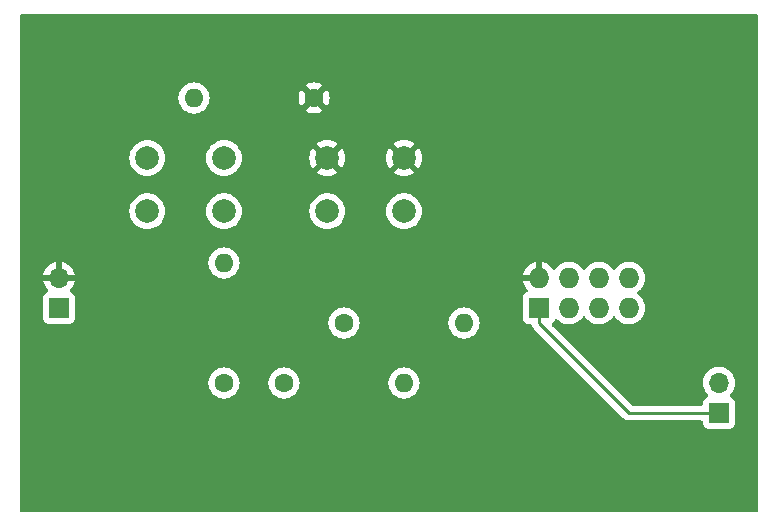
<source format=gbr>
%TF.GenerationSoftware,KiCad,Pcbnew,6.0.2+dfsg-1*%
%TF.CreationDate,2023-02-23T16:44:58-06:00*%
%TF.ProjectId,communication_subsystem_v2,636f6d6d-756e-4696-9361-74696f6e5f73,rev?*%
%TF.SameCoordinates,Original*%
%TF.FileFunction,Copper,L2,Bot*%
%TF.FilePolarity,Positive*%
%FSLAX46Y46*%
G04 Gerber Fmt 4.6, Leading zero omitted, Abs format (unit mm)*
G04 Created by KiCad (PCBNEW 6.0.2+dfsg-1) date 2023-02-23 16:44:58*
%MOMM*%
%LPD*%
G01*
G04 APERTURE LIST*
%TA.AperFunction,ComponentPad*%
%ADD10C,2.000000*%
%TD*%
%TA.AperFunction,ComponentPad*%
%ADD11R,1.700000X1.700000*%
%TD*%
%TA.AperFunction,ComponentPad*%
%ADD12O,1.700000X1.700000*%
%TD*%
%TA.AperFunction,ComponentPad*%
%ADD13C,1.600000*%
%TD*%
%TA.AperFunction,ComponentPad*%
%ADD14O,1.600000X1.600000*%
%TD*%
%TA.AperFunction,ComponentPad*%
%ADD15R,1.727200X1.727200*%
%TD*%
%TA.AperFunction,ComponentPad*%
%ADD16O,1.727200X1.727200*%
%TD*%
%TA.AperFunction,ViaPad*%
%ADD17C,0.800000*%
%TD*%
%TA.AperFunction,Conductor*%
%ADD18C,0.250000*%
%TD*%
G04 APERTURE END LIST*
D10*
%TO.P,SW2,1,1*%
%TO.N,/GPIO0*%
X161290000Y-57840000D03*
X154790000Y-57840000D03*
%TO.P,SW2,2,2*%
%TO.N,Net-(R3-Pad2)*%
X161290000Y-53340000D03*
X154790000Y-53340000D03*
%TD*%
D11*
%TO.P,J1,1,Pin_1*%
%TO.N,/esp8266_tx*%
X203200000Y-74930000D03*
D12*
%TO.P,J1,2,Pin_2*%
%TO.N,/esp8266_rx*%
X203200000Y-72390000D03*
%TD*%
D13*
%TO.P,R1,1*%
%TO.N,+3V3*%
X166370000Y-72390000D03*
D14*
%TO.P,R1,2*%
%TO.N,/rst*%
X176530000Y-72390000D03*
%TD*%
D13*
%TO.P,R3,1*%
%TO.N,GND*%
X168910000Y-48260000D03*
D14*
%TO.P,R3,2*%
%TO.N,Net-(R3-Pad2)*%
X158750000Y-48260000D03*
%TD*%
D15*
%TO.P,U1,1,UTXD*%
%TO.N,/esp8266_tx*%
X187960000Y-66040000D03*
D16*
%TO.P,U1,2,GND*%
%TO.N,GND*%
X187960000Y-63500000D03*
%TO.P,U1,3,CH_PD*%
%TO.N,/EN*%
X190500000Y-66040000D03*
%TO.P,U1,4,GPIO2*%
%TO.N,unconnected-(U1-Pad4)*%
X190500000Y-63500000D03*
%TO.P,U1,5,RST*%
%TO.N,/rst*%
X193040000Y-66040000D03*
%TO.P,U1,6,GPIO0*%
%TO.N,/GPIO0*%
X193040000Y-63500000D03*
%TO.P,U1,7,VCC*%
%TO.N,+3V3*%
X195580000Y-66040000D03*
%TO.P,U1,8,URXD*%
%TO.N,/esp8266_rx*%
X195580000Y-63500000D03*
%TD*%
D13*
%TO.P,R4,1*%
%TO.N,+3V3*%
X161290000Y-72390000D03*
D14*
%TO.P,R4,2*%
%TO.N,/GPIO0*%
X161290000Y-62230000D03*
%TD*%
D11*
%TO.P,J2,1,Pin_1*%
%TO.N,+3V3*%
X147320000Y-66040000D03*
D12*
%TO.P,J2,2,Pin_2*%
%TO.N,GND*%
X147320000Y-63500000D03*
%TD*%
D10*
%TO.P,SW1,1,1*%
%TO.N,GND*%
X176530000Y-53340000D03*
X170030000Y-53340000D03*
%TO.P,SW1,2,2*%
%TO.N,/rst*%
X176530000Y-57840000D03*
X170030000Y-57840000D03*
%TD*%
D13*
%TO.P,R2,1*%
%TO.N,+3V3*%
X171450000Y-67310000D03*
D14*
%TO.P,R2,2*%
%TO.N,/EN*%
X181610000Y-67310000D03*
%TD*%
D17*
%TO.N,GND*%
X149860000Y-77470000D03*
X170180000Y-43180000D03*
X153670000Y-66040000D03*
X153670000Y-81280000D03*
X146050000Y-81280000D03*
X181610000Y-46990000D03*
X176530000Y-81280000D03*
X203200000Y-59690000D03*
X165100000Y-62230000D03*
X153670000Y-43180000D03*
X203200000Y-53340000D03*
X157480000Y-77470000D03*
X195580000Y-77470000D03*
X149860000Y-53340000D03*
X157480000Y-62230000D03*
X161290000Y-81280000D03*
X165100000Y-77470000D03*
X199390000Y-81280000D03*
X203200000Y-46990000D03*
X191770000Y-81280000D03*
X162560000Y-43180000D03*
X173990000Y-46990000D03*
X177800000Y-43180000D03*
X172720000Y-62230000D03*
X184150000Y-81280000D03*
X168910000Y-81280000D03*
X149860000Y-46990000D03*
X203200000Y-66040000D03*
X146050000Y-43180000D03*
X180340000Y-62230000D03*
%TD*%
D18*
%TO.N,/esp8266_tx*%
X187960000Y-66040000D02*
X187960000Y-67310000D01*
X187960000Y-67310000D02*
X195580000Y-74930000D01*
X195580000Y-74930000D02*
X203200000Y-74930000D01*
%TO.N,/rst*%
X170180000Y-57990000D02*
X170030000Y-57840000D01*
%TD*%
%TA.AperFunction,Conductor*%
%TO.N,GND*%
G36*
X206444121Y-41168002D02*
G01*
X206490614Y-41221658D01*
X206502000Y-41274000D01*
X206502000Y-83186000D01*
X206481998Y-83254121D01*
X206428342Y-83300614D01*
X206376000Y-83312000D01*
X144144000Y-83312000D01*
X144075879Y-83291998D01*
X144029386Y-83238342D01*
X144018000Y-83186000D01*
X144018000Y-72390000D01*
X159976502Y-72390000D01*
X159996457Y-72618087D01*
X159997881Y-72623400D01*
X159997881Y-72623402D01*
X160045851Y-72802425D01*
X160055716Y-72839243D01*
X160058039Y-72844224D01*
X160058039Y-72844225D01*
X160150151Y-73041762D01*
X160150154Y-73041767D01*
X160152477Y-73046749D01*
X160155634Y-73051257D01*
X160259078Y-73198990D01*
X160283802Y-73234300D01*
X160445700Y-73396198D01*
X160450208Y-73399355D01*
X160450211Y-73399357D01*
X160495649Y-73431173D01*
X160633251Y-73527523D01*
X160638233Y-73529846D01*
X160638238Y-73529849D01*
X160758896Y-73586112D01*
X160840757Y-73624284D01*
X160846065Y-73625706D01*
X160846067Y-73625707D01*
X161056598Y-73682119D01*
X161056600Y-73682119D01*
X161061913Y-73683543D01*
X161290000Y-73703498D01*
X161518087Y-73683543D01*
X161523400Y-73682119D01*
X161523402Y-73682119D01*
X161733933Y-73625707D01*
X161733935Y-73625706D01*
X161739243Y-73624284D01*
X161821104Y-73586112D01*
X161941762Y-73529849D01*
X161941767Y-73529846D01*
X161946749Y-73527523D01*
X162084351Y-73431173D01*
X162129789Y-73399357D01*
X162129792Y-73399355D01*
X162134300Y-73396198D01*
X162296198Y-73234300D01*
X162320923Y-73198990D01*
X162424366Y-73051257D01*
X162427523Y-73046749D01*
X162429846Y-73041767D01*
X162429849Y-73041762D01*
X162521961Y-72844225D01*
X162521961Y-72844224D01*
X162524284Y-72839243D01*
X162534150Y-72802425D01*
X162582119Y-72623402D01*
X162582119Y-72623400D01*
X162583543Y-72618087D01*
X162603498Y-72390000D01*
X165056502Y-72390000D01*
X165076457Y-72618087D01*
X165077881Y-72623400D01*
X165077881Y-72623402D01*
X165125851Y-72802425D01*
X165135716Y-72839243D01*
X165138039Y-72844224D01*
X165138039Y-72844225D01*
X165230151Y-73041762D01*
X165230154Y-73041767D01*
X165232477Y-73046749D01*
X165235634Y-73051257D01*
X165339078Y-73198990D01*
X165363802Y-73234300D01*
X165525700Y-73396198D01*
X165530208Y-73399355D01*
X165530211Y-73399357D01*
X165575649Y-73431173D01*
X165713251Y-73527523D01*
X165718233Y-73529846D01*
X165718238Y-73529849D01*
X165838896Y-73586112D01*
X165920757Y-73624284D01*
X165926065Y-73625706D01*
X165926067Y-73625707D01*
X166136598Y-73682119D01*
X166136600Y-73682119D01*
X166141913Y-73683543D01*
X166370000Y-73703498D01*
X166598087Y-73683543D01*
X166603400Y-73682119D01*
X166603402Y-73682119D01*
X166813933Y-73625707D01*
X166813935Y-73625706D01*
X166819243Y-73624284D01*
X166901104Y-73586112D01*
X167021762Y-73529849D01*
X167021767Y-73529846D01*
X167026749Y-73527523D01*
X167164351Y-73431173D01*
X167209789Y-73399357D01*
X167209792Y-73399355D01*
X167214300Y-73396198D01*
X167376198Y-73234300D01*
X167400923Y-73198990D01*
X167504366Y-73051257D01*
X167507523Y-73046749D01*
X167509846Y-73041767D01*
X167509849Y-73041762D01*
X167601961Y-72844225D01*
X167601961Y-72844224D01*
X167604284Y-72839243D01*
X167614150Y-72802425D01*
X167662119Y-72623402D01*
X167662119Y-72623400D01*
X167663543Y-72618087D01*
X167683498Y-72390000D01*
X175216502Y-72390000D01*
X175236457Y-72618087D01*
X175237881Y-72623400D01*
X175237881Y-72623402D01*
X175285851Y-72802425D01*
X175295716Y-72839243D01*
X175298039Y-72844224D01*
X175298039Y-72844225D01*
X175390151Y-73041762D01*
X175390154Y-73041767D01*
X175392477Y-73046749D01*
X175395634Y-73051257D01*
X175499078Y-73198990D01*
X175523802Y-73234300D01*
X175685700Y-73396198D01*
X175690208Y-73399355D01*
X175690211Y-73399357D01*
X175735649Y-73431173D01*
X175873251Y-73527523D01*
X175878233Y-73529846D01*
X175878238Y-73529849D01*
X175998896Y-73586112D01*
X176080757Y-73624284D01*
X176086065Y-73625706D01*
X176086067Y-73625707D01*
X176296598Y-73682119D01*
X176296600Y-73682119D01*
X176301913Y-73683543D01*
X176530000Y-73703498D01*
X176758087Y-73683543D01*
X176763400Y-73682119D01*
X176763402Y-73682119D01*
X176973933Y-73625707D01*
X176973935Y-73625706D01*
X176979243Y-73624284D01*
X177061104Y-73586112D01*
X177181762Y-73529849D01*
X177181767Y-73529846D01*
X177186749Y-73527523D01*
X177324351Y-73431173D01*
X177369789Y-73399357D01*
X177369792Y-73399355D01*
X177374300Y-73396198D01*
X177536198Y-73234300D01*
X177560923Y-73198990D01*
X177664366Y-73051257D01*
X177667523Y-73046749D01*
X177669846Y-73041767D01*
X177669849Y-73041762D01*
X177761961Y-72844225D01*
X177761961Y-72844224D01*
X177764284Y-72839243D01*
X177774150Y-72802425D01*
X177822119Y-72623402D01*
X177822119Y-72623400D01*
X177823543Y-72618087D01*
X177843498Y-72390000D01*
X177823543Y-72161913D01*
X177817593Y-72139707D01*
X177765707Y-71946067D01*
X177765706Y-71946065D01*
X177764284Y-71940757D01*
X177752092Y-71914610D01*
X177669849Y-71738238D01*
X177669846Y-71738233D01*
X177667523Y-71733251D01*
X177594098Y-71628389D01*
X177539357Y-71550211D01*
X177539355Y-71550208D01*
X177536198Y-71545700D01*
X177374300Y-71383802D01*
X177369792Y-71380645D01*
X177369789Y-71380643D01*
X177291611Y-71325902D01*
X177186749Y-71252477D01*
X177181767Y-71250154D01*
X177181762Y-71250151D01*
X176984225Y-71158039D01*
X176984224Y-71158039D01*
X176979243Y-71155716D01*
X176973935Y-71154294D01*
X176973933Y-71154293D01*
X176763402Y-71097881D01*
X176763400Y-71097881D01*
X176758087Y-71096457D01*
X176530000Y-71076502D01*
X176301913Y-71096457D01*
X176296600Y-71097881D01*
X176296598Y-71097881D01*
X176086067Y-71154293D01*
X176086065Y-71154294D01*
X176080757Y-71155716D01*
X176075776Y-71158039D01*
X176075775Y-71158039D01*
X175878238Y-71250151D01*
X175878233Y-71250154D01*
X175873251Y-71252477D01*
X175768389Y-71325902D01*
X175690211Y-71380643D01*
X175690208Y-71380645D01*
X175685700Y-71383802D01*
X175523802Y-71545700D01*
X175520645Y-71550208D01*
X175520643Y-71550211D01*
X175465902Y-71628389D01*
X175392477Y-71733251D01*
X175390154Y-71738233D01*
X175390151Y-71738238D01*
X175307908Y-71914610D01*
X175295716Y-71940757D01*
X175294294Y-71946065D01*
X175294293Y-71946067D01*
X175242407Y-72139707D01*
X175236457Y-72161913D01*
X175216502Y-72390000D01*
X167683498Y-72390000D01*
X167663543Y-72161913D01*
X167657593Y-72139707D01*
X167605707Y-71946067D01*
X167605706Y-71946065D01*
X167604284Y-71940757D01*
X167592092Y-71914610D01*
X167509849Y-71738238D01*
X167509846Y-71738233D01*
X167507523Y-71733251D01*
X167434098Y-71628389D01*
X167379357Y-71550211D01*
X167379355Y-71550208D01*
X167376198Y-71545700D01*
X167214300Y-71383802D01*
X167209792Y-71380645D01*
X167209789Y-71380643D01*
X167131611Y-71325902D01*
X167026749Y-71252477D01*
X167021767Y-71250154D01*
X167021762Y-71250151D01*
X166824225Y-71158039D01*
X166824224Y-71158039D01*
X166819243Y-71155716D01*
X166813935Y-71154294D01*
X166813933Y-71154293D01*
X166603402Y-71097881D01*
X166603400Y-71097881D01*
X166598087Y-71096457D01*
X166370000Y-71076502D01*
X166141913Y-71096457D01*
X166136600Y-71097881D01*
X166136598Y-71097881D01*
X165926067Y-71154293D01*
X165926065Y-71154294D01*
X165920757Y-71155716D01*
X165915776Y-71158039D01*
X165915775Y-71158039D01*
X165718238Y-71250151D01*
X165718233Y-71250154D01*
X165713251Y-71252477D01*
X165608389Y-71325902D01*
X165530211Y-71380643D01*
X165530208Y-71380645D01*
X165525700Y-71383802D01*
X165363802Y-71545700D01*
X165360645Y-71550208D01*
X165360643Y-71550211D01*
X165305902Y-71628389D01*
X165232477Y-71733251D01*
X165230154Y-71738233D01*
X165230151Y-71738238D01*
X165147908Y-71914610D01*
X165135716Y-71940757D01*
X165134294Y-71946065D01*
X165134293Y-71946067D01*
X165082407Y-72139707D01*
X165076457Y-72161913D01*
X165056502Y-72390000D01*
X162603498Y-72390000D01*
X162583543Y-72161913D01*
X162577593Y-72139707D01*
X162525707Y-71946067D01*
X162525706Y-71946065D01*
X162524284Y-71940757D01*
X162512092Y-71914610D01*
X162429849Y-71738238D01*
X162429846Y-71738233D01*
X162427523Y-71733251D01*
X162354098Y-71628389D01*
X162299357Y-71550211D01*
X162299355Y-71550208D01*
X162296198Y-71545700D01*
X162134300Y-71383802D01*
X162129792Y-71380645D01*
X162129789Y-71380643D01*
X162051611Y-71325902D01*
X161946749Y-71252477D01*
X161941767Y-71250154D01*
X161941762Y-71250151D01*
X161744225Y-71158039D01*
X161744224Y-71158039D01*
X161739243Y-71155716D01*
X161733935Y-71154294D01*
X161733933Y-71154293D01*
X161523402Y-71097881D01*
X161523400Y-71097881D01*
X161518087Y-71096457D01*
X161290000Y-71076502D01*
X161061913Y-71096457D01*
X161056600Y-71097881D01*
X161056598Y-71097881D01*
X160846067Y-71154293D01*
X160846065Y-71154294D01*
X160840757Y-71155716D01*
X160835776Y-71158039D01*
X160835775Y-71158039D01*
X160638238Y-71250151D01*
X160638233Y-71250154D01*
X160633251Y-71252477D01*
X160528389Y-71325902D01*
X160450211Y-71380643D01*
X160450208Y-71380645D01*
X160445700Y-71383802D01*
X160283802Y-71545700D01*
X160280645Y-71550208D01*
X160280643Y-71550211D01*
X160225902Y-71628389D01*
X160152477Y-71733251D01*
X160150154Y-71738233D01*
X160150151Y-71738238D01*
X160067908Y-71914610D01*
X160055716Y-71940757D01*
X160054294Y-71946065D01*
X160054293Y-71946067D01*
X160002407Y-72139707D01*
X159996457Y-72161913D01*
X159976502Y-72390000D01*
X144018000Y-72390000D01*
X144018000Y-66938134D01*
X145961500Y-66938134D01*
X145968255Y-67000316D01*
X146019385Y-67136705D01*
X146106739Y-67253261D01*
X146223295Y-67340615D01*
X146359684Y-67391745D01*
X146421866Y-67398500D01*
X148218134Y-67398500D01*
X148280316Y-67391745D01*
X148416705Y-67340615D01*
X148457554Y-67310000D01*
X170136502Y-67310000D01*
X170156457Y-67538087D01*
X170157881Y-67543400D01*
X170157881Y-67543402D01*
X170213818Y-67752158D01*
X170215716Y-67759243D01*
X170218039Y-67764224D01*
X170218039Y-67764225D01*
X170310151Y-67961762D01*
X170310154Y-67961767D01*
X170312477Y-67966749D01*
X170443802Y-68154300D01*
X170605700Y-68316198D01*
X170610208Y-68319355D01*
X170610211Y-68319357D01*
X170688389Y-68374098D01*
X170793251Y-68447523D01*
X170798233Y-68449846D01*
X170798238Y-68449849D01*
X170995775Y-68541961D01*
X171000757Y-68544284D01*
X171006065Y-68545706D01*
X171006067Y-68545707D01*
X171216598Y-68602119D01*
X171216600Y-68602119D01*
X171221913Y-68603543D01*
X171450000Y-68623498D01*
X171678087Y-68603543D01*
X171683400Y-68602119D01*
X171683402Y-68602119D01*
X171893933Y-68545707D01*
X171893935Y-68545706D01*
X171899243Y-68544284D01*
X171904225Y-68541961D01*
X172101762Y-68449849D01*
X172101767Y-68449846D01*
X172106749Y-68447523D01*
X172211611Y-68374098D01*
X172289789Y-68319357D01*
X172289792Y-68319355D01*
X172294300Y-68316198D01*
X172456198Y-68154300D01*
X172587523Y-67966749D01*
X172589846Y-67961767D01*
X172589849Y-67961762D01*
X172681961Y-67764225D01*
X172681961Y-67764224D01*
X172684284Y-67759243D01*
X172686183Y-67752158D01*
X172742119Y-67543402D01*
X172742119Y-67543400D01*
X172743543Y-67538087D01*
X172763498Y-67310000D01*
X180296502Y-67310000D01*
X180316457Y-67538087D01*
X180317881Y-67543400D01*
X180317881Y-67543402D01*
X180373818Y-67752158D01*
X180375716Y-67759243D01*
X180378039Y-67764224D01*
X180378039Y-67764225D01*
X180470151Y-67961762D01*
X180470154Y-67961767D01*
X180472477Y-67966749D01*
X180603802Y-68154300D01*
X180765700Y-68316198D01*
X180770208Y-68319355D01*
X180770211Y-68319357D01*
X180848389Y-68374098D01*
X180953251Y-68447523D01*
X180958233Y-68449846D01*
X180958238Y-68449849D01*
X181155775Y-68541961D01*
X181160757Y-68544284D01*
X181166065Y-68545706D01*
X181166067Y-68545707D01*
X181376598Y-68602119D01*
X181376600Y-68602119D01*
X181381913Y-68603543D01*
X181610000Y-68623498D01*
X181838087Y-68603543D01*
X181843400Y-68602119D01*
X181843402Y-68602119D01*
X182053933Y-68545707D01*
X182053935Y-68545706D01*
X182059243Y-68544284D01*
X182064225Y-68541961D01*
X182261762Y-68449849D01*
X182261767Y-68449846D01*
X182266749Y-68447523D01*
X182371611Y-68374098D01*
X182449789Y-68319357D01*
X182449792Y-68319355D01*
X182454300Y-68316198D01*
X182616198Y-68154300D01*
X182747523Y-67966749D01*
X182749846Y-67961767D01*
X182749849Y-67961762D01*
X182841961Y-67764225D01*
X182841961Y-67764224D01*
X182844284Y-67759243D01*
X182846183Y-67752158D01*
X182902119Y-67543402D01*
X182902119Y-67543400D01*
X182903543Y-67538087D01*
X182923498Y-67310000D01*
X182903543Y-67081913D01*
X182902119Y-67076598D01*
X182868662Y-66951734D01*
X186587900Y-66951734D01*
X186594655Y-67013916D01*
X186645785Y-67150305D01*
X186733139Y-67266861D01*
X186849695Y-67354215D01*
X186986084Y-67405345D01*
X187048266Y-67412100D01*
X187233448Y-67412100D01*
X187301569Y-67432102D01*
X187350600Y-67491716D01*
X187357804Y-67509911D01*
X187361649Y-67521142D01*
X187373982Y-67563593D01*
X187378015Y-67570412D01*
X187378017Y-67570417D01*
X187384293Y-67581028D01*
X187392988Y-67598776D01*
X187400448Y-67617617D01*
X187405110Y-67624033D01*
X187405110Y-67624034D01*
X187426436Y-67653387D01*
X187432952Y-67663307D01*
X187455458Y-67701362D01*
X187469779Y-67715683D01*
X187482619Y-67730716D01*
X187494528Y-67747107D01*
X187509198Y-67759243D01*
X187528605Y-67775298D01*
X187537384Y-67783288D01*
X195076343Y-75322247D01*
X195083887Y-75330537D01*
X195088000Y-75337018D01*
X195093777Y-75342443D01*
X195137667Y-75383658D01*
X195140509Y-75386413D01*
X195160230Y-75406134D01*
X195163425Y-75408612D01*
X195172447Y-75416318D01*
X195204679Y-75446586D01*
X195211628Y-75450406D01*
X195222432Y-75456346D01*
X195238956Y-75467199D01*
X195254959Y-75479613D01*
X195295543Y-75497176D01*
X195306173Y-75502383D01*
X195344940Y-75523695D01*
X195352617Y-75525666D01*
X195352622Y-75525668D01*
X195364558Y-75528732D01*
X195383266Y-75535137D01*
X195401855Y-75543181D01*
X195409680Y-75544420D01*
X195409682Y-75544421D01*
X195445519Y-75550097D01*
X195457140Y-75552504D01*
X195492289Y-75561528D01*
X195499970Y-75563500D01*
X195520231Y-75563500D01*
X195539940Y-75565051D01*
X195559943Y-75568219D01*
X195567835Y-75567473D01*
X195573062Y-75566979D01*
X195603954Y-75564059D01*
X195615811Y-75563500D01*
X201715500Y-75563500D01*
X201783621Y-75583502D01*
X201830114Y-75637158D01*
X201841500Y-75689500D01*
X201841500Y-75828134D01*
X201848255Y-75890316D01*
X201899385Y-76026705D01*
X201986739Y-76143261D01*
X202103295Y-76230615D01*
X202239684Y-76281745D01*
X202301866Y-76288500D01*
X204098134Y-76288500D01*
X204160316Y-76281745D01*
X204296705Y-76230615D01*
X204413261Y-76143261D01*
X204500615Y-76026705D01*
X204551745Y-75890316D01*
X204558500Y-75828134D01*
X204558500Y-74031866D01*
X204551745Y-73969684D01*
X204500615Y-73833295D01*
X204413261Y-73716739D01*
X204296705Y-73629385D01*
X204276902Y-73621961D01*
X204178203Y-73584960D01*
X204121439Y-73542318D01*
X204096739Y-73475756D01*
X204111947Y-73406408D01*
X204133493Y-73377727D01*
X204234435Y-73277137D01*
X204238096Y-73273489D01*
X204269498Y-73229789D01*
X204365435Y-73096277D01*
X204368453Y-73092077D01*
X204388628Y-73051257D01*
X204465136Y-72896453D01*
X204465137Y-72896451D01*
X204467430Y-72891811D01*
X204532370Y-72678069D01*
X204561529Y-72456590D01*
X204563156Y-72390000D01*
X204544852Y-72167361D01*
X204490431Y-71950702D01*
X204401354Y-71745840D01*
X204280014Y-71558277D01*
X204129670Y-71393051D01*
X204125619Y-71389852D01*
X204125615Y-71389848D01*
X203958414Y-71257800D01*
X203958410Y-71257798D01*
X203954359Y-71254598D01*
X203946304Y-71250151D01*
X203902136Y-71225769D01*
X203758789Y-71146638D01*
X203753920Y-71144914D01*
X203753916Y-71144912D01*
X203553087Y-71073795D01*
X203553083Y-71073794D01*
X203548212Y-71072069D01*
X203543119Y-71071162D01*
X203543116Y-71071161D01*
X203333373Y-71033800D01*
X203333367Y-71033799D01*
X203328284Y-71032894D01*
X203254452Y-71031992D01*
X203110081Y-71030228D01*
X203110079Y-71030228D01*
X203104911Y-71030165D01*
X202884091Y-71063955D01*
X202671756Y-71133357D01*
X202473607Y-71236507D01*
X202469474Y-71239610D01*
X202469471Y-71239612D01*
X202448132Y-71255634D01*
X202294965Y-71370635D01*
X202140629Y-71532138D01*
X202137715Y-71536410D01*
X202137714Y-71536411D01*
X202128300Y-71550211D01*
X202014743Y-71716680D01*
X201920688Y-71919305D01*
X201860989Y-72134570D01*
X201837251Y-72356695D01*
X201837548Y-72361848D01*
X201837548Y-72361851D01*
X201843011Y-72456590D01*
X201850110Y-72579715D01*
X201851247Y-72584761D01*
X201851248Y-72584767D01*
X201859955Y-72623402D01*
X201899222Y-72797639D01*
X201983266Y-73004616D01*
X202099987Y-73195088D01*
X202246250Y-73363938D01*
X202250230Y-73367242D01*
X202254981Y-73371187D01*
X202294616Y-73430090D01*
X202296113Y-73501071D01*
X202258997Y-73561593D01*
X202218724Y-73586112D01*
X202103295Y-73629385D01*
X201986739Y-73716739D01*
X201899385Y-73833295D01*
X201848255Y-73969684D01*
X201841500Y-74031866D01*
X201841500Y-74170500D01*
X201821498Y-74238621D01*
X201767842Y-74285114D01*
X201715500Y-74296500D01*
X195894595Y-74296500D01*
X195826474Y-74276498D01*
X195805500Y-74259595D01*
X189075790Y-67529885D01*
X189041764Y-67467573D01*
X189046829Y-67396758D01*
X189089320Y-67339964D01*
X189167135Y-67281645D01*
X189186861Y-67266861D01*
X189274215Y-67150305D01*
X189279314Y-67136705D01*
X189312213Y-67048946D01*
X189354854Y-66992181D01*
X189421416Y-66967481D01*
X189490765Y-66982688D01*
X189525431Y-67010676D01*
X189536702Y-67023687D01*
X189710299Y-67167810D01*
X189714751Y-67170412D01*
X189714756Y-67170415D01*
X189804091Y-67222618D01*
X189905103Y-67281645D01*
X190115884Y-67362134D01*
X190120952Y-67363165D01*
X190120955Y-67363166D01*
X190229404Y-67385230D01*
X190336981Y-67407117D01*
X190342156Y-67407307D01*
X190342158Y-67407307D01*
X190557292Y-67415196D01*
X190557296Y-67415196D01*
X190562456Y-67415385D01*
X190567576Y-67414729D01*
X190567578Y-67414729D01*
X190662485Y-67402571D01*
X190786253Y-67386716D01*
X190791202Y-67385231D01*
X190791208Y-67385230D01*
X190997413Y-67323365D01*
X190997412Y-67323365D01*
X191002363Y-67321880D01*
X191142432Y-67253261D01*
X191200331Y-67224897D01*
X191200336Y-67224894D01*
X191204982Y-67222618D01*
X191209192Y-67219615D01*
X191209197Y-67219612D01*
X191384455Y-67094601D01*
X191384459Y-67094597D01*
X191388667Y-67091596D01*
X191548487Y-66932333D01*
X191669370Y-66764107D01*
X191725364Y-66720459D01*
X191796068Y-66714013D01*
X191859032Y-66746816D01*
X191879125Y-66771799D01*
X191926275Y-66848743D01*
X191926283Y-66848753D01*
X191928975Y-66853147D01*
X192076702Y-67023687D01*
X192250299Y-67167810D01*
X192254751Y-67170412D01*
X192254756Y-67170415D01*
X192344091Y-67222618D01*
X192445103Y-67281645D01*
X192655884Y-67362134D01*
X192660952Y-67363165D01*
X192660955Y-67363166D01*
X192769404Y-67385230D01*
X192876981Y-67407117D01*
X192882156Y-67407307D01*
X192882158Y-67407307D01*
X193097292Y-67415196D01*
X193097296Y-67415196D01*
X193102456Y-67415385D01*
X193107576Y-67414729D01*
X193107578Y-67414729D01*
X193202485Y-67402571D01*
X193326253Y-67386716D01*
X193331202Y-67385231D01*
X193331208Y-67385230D01*
X193537413Y-67323365D01*
X193537412Y-67323365D01*
X193542363Y-67321880D01*
X193682432Y-67253261D01*
X193740331Y-67224897D01*
X193740336Y-67224894D01*
X193744982Y-67222618D01*
X193749192Y-67219615D01*
X193749197Y-67219612D01*
X193924455Y-67094601D01*
X193924459Y-67094597D01*
X193928667Y-67091596D01*
X194088487Y-66932333D01*
X194209370Y-66764107D01*
X194265364Y-66720459D01*
X194336068Y-66714013D01*
X194399032Y-66746816D01*
X194419125Y-66771799D01*
X194466275Y-66848743D01*
X194466283Y-66848753D01*
X194468975Y-66853147D01*
X194616702Y-67023687D01*
X194790299Y-67167810D01*
X194794751Y-67170412D01*
X194794756Y-67170415D01*
X194884091Y-67222618D01*
X194985103Y-67281645D01*
X195195884Y-67362134D01*
X195200952Y-67363165D01*
X195200955Y-67363166D01*
X195309404Y-67385230D01*
X195416981Y-67407117D01*
X195422156Y-67407307D01*
X195422158Y-67407307D01*
X195637292Y-67415196D01*
X195637296Y-67415196D01*
X195642456Y-67415385D01*
X195647576Y-67414729D01*
X195647578Y-67414729D01*
X195742485Y-67402571D01*
X195866253Y-67386716D01*
X195871202Y-67385231D01*
X195871208Y-67385230D01*
X196077413Y-67323365D01*
X196077412Y-67323365D01*
X196082363Y-67321880D01*
X196222432Y-67253261D01*
X196280331Y-67224897D01*
X196280336Y-67224894D01*
X196284982Y-67222618D01*
X196289192Y-67219615D01*
X196289197Y-67219612D01*
X196464455Y-67094601D01*
X196464459Y-67094597D01*
X196468667Y-67091596D01*
X196628487Y-66932333D01*
X196760150Y-66749105D01*
X196860118Y-66546835D01*
X196925708Y-66330952D01*
X196928769Y-66307699D01*
X196954721Y-66110578D01*
X196954722Y-66110572D01*
X196955158Y-66107256D01*
X196956802Y-66040000D01*
X196938315Y-65815132D01*
X196883349Y-65596304D01*
X196793380Y-65389391D01*
X196745282Y-65315043D01*
X196673634Y-65204291D01*
X196673632Y-65204288D01*
X196670826Y-65199951D01*
X196518977Y-65033071D01*
X196514926Y-65029872D01*
X196514922Y-65029868D01*
X196345966Y-64896434D01*
X196345962Y-64896432D01*
X196341911Y-64893232D01*
X196318535Y-64880328D01*
X196268564Y-64829896D01*
X196253792Y-64760453D01*
X196278908Y-64694047D01*
X196306259Y-64667441D01*
X196464455Y-64554601D01*
X196464459Y-64554597D01*
X196468667Y-64551596D01*
X196628487Y-64392333D01*
X196760150Y-64209105D01*
X196860118Y-64006835D01*
X196925708Y-63790952D01*
X196926383Y-63785826D01*
X196954721Y-63570578D01*
X196954722Y-63570572D01*
X196955158Y-63567256D01*
X196955739Y-63543498D01*
X196956720Y-63503364D01*
X196956720Y-63503360D01*
X196956802Y-63500000D01*
X196938315Y-63275132D01*
X196883349Y-63056304D01*
X196793380Y-62849391D01*
X196743913Y-62772926D01*
X196673634Y-62664291D01*
X196673632Y-62664288D01*
X196670826Y-62659951D01*
X196518977Y-62493071D01*
X196514926Y-62489872D01*
X196514922Y-62489868D01*
X196345966Y-62356434D01*
X196345962Y-62356432D01*
X196341911Y-62353232D01*
X196336122Y-62350036D01*
X196281206Y-62319721D01*
X196144383Y-62244191D01*
X195931698Y-62168876D01*
X195902795Y-62163727D01*
X195714657Y-62130214D01*
X195714653Y-62130214D01*
X195709569Y-62129308D01*
X195637574Y-62128429D01*
X195489129Y-62126615D01*
X195489127Y-62126615D01*
X195483959Y-62126552D01*
X195260929Y-62160680D01*
X195046468Y-62230777D01*
X194846335Y-62334960D01*
X194842202Y-62338063D01*
X194842199Y-62338065D01*
X194689643Y-62452607D01*
X194665905Y-62470430D01*
X194510024Y-62633550D01*
X194507109Y-62637824D01*
X194507106Y-62637827D01*
X194413503Y-62775043D01*
X194358592Y-62820046D01*
X194288067Y-62828217D01*
X194224320Y-62796963D01*
X194203623Y-62772479D01*
X194133634Y-62664291D01*
X194133632Y-62664288D01*
X194130826Y-62659951D01*
X193978977Y-62493071D01*
X193974926Y-62489872D01*
X193974922Y-62489868D01*
X193805966Y-62356434D01*
X193805962Y-62356432D01*
X193801911Y-62353232D01*
X193796122Y-62350036D01*
X193741206Y-62319721D01*
X193604383Y-62244191D01*
X193391698Y-62168876D01*
X193362795Y-62163727D01*
X193174657Y-62130214D01*
X193174653Y-62130214D01*
X193169569Y-62129308D01*
X193097574Y-62128429D01*
X192949129Y-62126615D01*
X192949127Y-62126615D01*
X192943959Y-62126552D01*
X192720929Y-62160680D01*
X192506468Y-62230777D01*
X192306335Y-62334960D01*
X192302202Y-62338063D01*
X192302199Y-62338065D01*
X192149643Y-62452607D01*
X192125905Y-62470430D01*
X191970024Y-62633550D01*
X191967109Y-62637824D01*
X191967106Y-62637827D01*
X191873503Y-62775043D01*
X191818592Y-62820046D01*
X191748067Y-62828217D01*
X191684320Y-62796963D01*
X191663623Y-62772479D01*
X191593634Y-62664291D01*
X191593632Y-62664288D01*
X191590826Y-62659951D01*
X191438977Y-62493071D01*
X191434926Y-62489872D01*
X191434922Y-62489868D01*
X191265966Y-62356434D01*
X191265962Y-62356432D01*
X191261911Y-62353232D01*
X191256122Y-62350036D01*
X191201206Y-62319721D01*
X191064383Y-62244191D01*
X190851698Y-62168876D01*
X190822795Y-62163727D01*
X190634657Y-62130214D01*
X190634653Y-62130214D01*
X190629569Y-62129308D01*
X190557574Y-62128429D01*
X190409129Y-62126615D01*
X190409127Y-62126615D01*
X190403959Y-62126552D01*
X190180929Y-62160680D01*
X189966468Y-62230777D01*
X189766335Y-62334960D01*
X189762202Y-62338063D01*
X189762199Y-62338065D01*
X189609643Y-62452607D01*
X189585905Y-62470430D01*
X189430024Y-62633550D01*
X189427109Y-62637824D01*
X189427106Y-62637827D01*
X189333198Y-62775490D01*
X189278287Y-62820493D01*
X189207762Y-62828664D01*
X189144015Y-62797410D01*
X189123318Y-62772926D01*
X189053239Y-62664601D01*
X189046947Y-62656430D01*
X188902113Y-62497260D01*
X188894580Y-62490234D01*
X188725691Y-62356855D01*
X188717104Y-62351150D01*
X188528711Y-62247151D01*
X188519299Y-62242921D01*
X188316445Y-62171086D01*
X188306474Y-62168452D01*
X188231837Y-62155157D01*
X188218540Y-62156617D01*
X188214000Y-62171174D01*
X188214000Y-63628000D01*
X188193998Y-63696121D01*
X188140342Y-63742614D01*
X188088000Y-63754000D01*
X186629283Y-63754000D01*
X186615752Y-63757973D01*
X186614315Y-63767966D01*
X186645542Y-63906528D01*
X186648621Y-63916356D01*
X186729589Y-64115756D01*
X186734232Y-64124947D01*
X186846682Y-64308448D01*
X186852765Y-64316759D01*
X186993661Y-64479413D01*
X186994295Y-64480034D01*
X186994471Y-64480348D01*
X186997053Y-64483329D01*
X186996438Y-64483862D01*
X187028973Y-64541985D01*
X187024653Y-64612850D01*
X186982706Y-64670130D01*
X186950371Y-64688043D01*
X186932435Y-64694767D01*
X186849695Y-64725785D01*
X186733139Y-64813139D01*
X186645785Y-64929695D01*
X186594655Y-65066084D01*
X186587900Y-65128266D01*
X186587900Y-66951734D01*
X182868662Y-66951734D01*
X182845707Y-66866067D01*
X182845706Y-66866065D01*
X182844284Y-66860757D01*
X182841961Y-66855775D01*
X182749849Y-66658238D01*
X182749846Y-66658233D01*
X182747523Y-66653251D01*
X182616198Y-66465700D01*
X182454300Y-66303802D01*
X182449792Y-66300645D01*
X182449789Y-66300643D01*
X182371611Y-66245902D01*
X182266749Y-66172477D01*
X182261767Y-66170154D01*
X182261762Y-66170151D01*
X182064225Y-66078039D01*
X182064224Y-66078039D01*
X182059243Y-66075716D01*
X182053935Y-66074294D01*
X182053933Y-66074293D01*
X181843402Y-66017881D01*
X181843400Y-66017881D01*
X181838087Y-66016457D01*
X181610000Y-65996502D01*
X181381913Y-66016457D01*
X181376600Y-66017881D01*
X181376598Y-66017881D01*
X181166067Y-66074293D01*
X181166065Y-66074294D01*
X181160757Y-66075716D01*
X181155776Y-66078039D01*
X181155775Y-66078039D01*
X180958238Y-66170151D01*
X180958233Y-66170154D01*
X180953251Y-66172477D01*
X180848389Y-66245902D01*
X180770211Y-66300643D01*
X180770208Y-66300645D01*
X180765700Y-66303802D01*
X180603802Y-66465700D01*
X180472477Y-66653251D01*
X180470154Y-66658233D01*
X180470151Y-66658238D01*
X180378039Y-66855775D01*
X180375716Y-66860757D01*
X180374294Y-66866065D01*
X180374293Y-66866067D01*
X180317881Y-67076598D01*
X180316457Y-67081913D01*
X180296502Y-67310000D01*
X172763498Y-67310000D01*
X172743543Y-67081913D01*
X172742119Y-67076598D01*
X172685707Y-66866067D01*
X172685706Y-66866065D01*
X172684284Y-66860757D01*
X172681961Y-66855775D01*
X172589849Y-66658238D01*
X172589846Y-66658233D01*
X172587523Y-66653251D01*
X172456198Y-66465700D01*
X172294300Y-66303802D01*
X172289792Y-66300645D01*
X172289789Y-66300643D01*
X172211611Y-66245902D01*
X172106749Y-66172477D01*
X172101767Y-66170154D01*
X172101762Y-66170151D01*
X171904225Y-66078039D01*
X171904224Y-66078039D01*
X171899243Y-66075716D01*
X171893935Y-66074294D01*
X171893933Y-66074293D01*
X171683402Y-66017881D01*
X171683400Y-66017881D01*
X171678087Y-66016457D01*
X171450000Y-65996502D01*
X171221913Y-66016457D01*
X171216600Y-66017881D01*
X171216598Y-66017881D01*
X171006067Y-66074293D01*
X171006065Y-66074294D01*
X171000757Y-66075716D01*
X170995776Y-66078039D01*
X170995775Y-66078039D01*
X170798238Y-66170151D01*
X170798233Y-66170154D01*
X170793251Y-66172477D01*
X170688389Y-66245902D01*
X170610211Y-66300643D01*
X170610208Y-66300645D01*
X170605700Y-66303802D01*
X170443802Y-66465700D01*
X170312477Y-66653251D01*
X170310154Y-66658233D01*
X170310151Y-66658238D01*
X170218039Y-66855775D01*
X170215716Y-66860757D01*
X170214294Y-66866065D01*
X170214293Y-66866067D01*
X170157881Y-67076598D01*
X170156457Y-67081913D01*
X170136502Y-67310000D01*
X148457554Y-67310000D01*
X148533261Y-67253261D01*
X148620615Y-67136705D01*
X148671745Y-67000316D01*
X148678500Y-66938134D01*
X148678500Y-65141866D01*
X148671745Y-65079684D01*
X148620615Y-64943295D01*
X148533261Y-64826739D01*
X148416705Y-64739385D01*
X148372019Y-64722633D01*
X148297687Y-64694767D01*
X148240923Y-64652125D01*
X148216223Y-64585564D01*
X148231430Y-64516215D01*
X148252977Y-64487535D01*
X148354052Y-64386812D01*
X148360730Y-64378965D01*
X148485003Y-64206020D01*
X148490313Y-64197183D01*
X148584670Y-64006267D01*
X148588469Y-63996672D01*
X148650377Y-63792910D01*
X148652555Y-63782837D01*
X148653986Y-63771962D01*
X148651775Y-63757778D01*
X148638617Y-63754000D01*
X146003225Y-63754000D01*
X145989694Y-63757973D01*
X145988257Y-63767966D01*
X146018565Y-63902446D01*
X146021645Y-63912275D01*
X146101770Y-64109603D01*
X146106413Y-64118794D01*
X146217694Y-64300388D01*
X146223777Y-64308699D01*
X146363213Y-64469667D01*
X146370577Y-64476879D01*
X146375522Y-64480985D01*
X146415156Y-64539889D01*
X146416653Y-64610870D01*
X146379537Y-64671392D01*
X146339264Y-64695910D01*
X146231705Y-64736232D01*
X146231704Y-64736233D01*
X146223295Y-64739385D01*
X146106739Y-64826739D01*
X146019385Y-64943295D01*
X145968255Y-65079684D01*
X145961500Y-65141866D01*
X145961500Y-66938134D01*
X144018000Y-66938134D01*
X144018000Y-63234183D01*
X145984389Y-63234183D01*
X145985912Y-63242607D01*
X145998292Y-63246000D01*
X147047885Y-63246000D01*
X147063124Y-63241525D01*
X147064329Y-63240135D01*
X147066000Y-63232452D01*
X147066000Y-63227885D01*
X147574000Y-63227885D01*
X147578475Y-63243124D01*
X147579865Y-63244329D01*
X147587548Y-63246000D01*
X148638344Y-63246000D01*
X148651875Y-63242027D01*
X148653180Y-63232947D01*
X148611214Y-63065875D01*
X148607894Y-63056124D01*
X148522972Y-62860814D01*
X148518105Y-62851739D01*
X148402426Y-62672926D01*
X148396136Y-62664757D01*
X148252806Y-62507240D01*
X148245273Y-62500215D01*
X148078139Y-62368222D01*
X148069552Y-62362517D01*
X147883117Y-62259599D01*
X147873705Y-62255369D01*
X147802066Y-62230000D01*
X159976502Y-62230000D01*
X159996457Y-62458087D01*
X159997881Y-62463400D01*
X159997881Y-62463402D01*
X160051793Y-62664601D01*
X160055716Y-62679243D01*
X160058039Y-62684224D01*
X160058039Y-62684225D01*
X160150151Y-62881762D01*
X160150154Y-62881767D01*
X160152477Y-62886749D01*
X160155634Y-62891257D01*
X160277903Y-63065875D01*
X160283802Y-63074300D01*
X160445700Y-63236198D01*
X160450208Y-63239355D01*
X160450211Y-63239357D01*
X160501303Y-63275132D01*
X160633251Y-63367523D01*
X160638233Y-63369846D01*
X160638238Y-63369849D01*
X160835775Y-63461961D01*
X160840757Y-63464284D01*
X160846065Y-63465706D01*
X160846067Y-63465707D01*
X161056598Y-63522119D01*
X161056600Y-63522119D01*
X161061913Y-63523543D01*
X161290000Y-63543498D01*
X161518087Y-63523543D01*
X161523400Y-63522119D01*
X161523402Y-63522119D01*
X161733933Y-63465707D01*
X161733935Y-63465706D01*
X161739243Y-63464284D01*
X161744225Y-63461961D01*
X161941762Y-63369849D01*
X161941767Y-63369846D01*
X161946749Y-63367523D01*
X162078697Y-63275132D01*
X162129789Y-63239357D01*
X162129792Y-63239355D01*
X162134300Y-63236198D01*
X162137259Y-63233239D01*
X186610536Y-63233239D01*
X186612233Y-63242609D01*
X186624610Y-63246000D01*
X187687885Y-63246000D01*
X187703124Y-63241525D01*
X187704329Y-63240135D01*
X187706000Y-63232452D01*
X187706000Y-62169343D01*
X187702082Y-62155999D01*
X187687806Y-62154012D01*
X187646161Y-62160385D01*
X187636125Y-62162776D01*
X187431576Y-62229633D01*
X187422079Y-62233625D01*
X187231189Y-62332995D01*
X187222464Y-62338490D01*
X187050373Y-62467700D01*
X187042666Y-62474543D01*
X186893984Y-62630129D01*
X186887498Y-62638139D01*
X186766232Y-62815908D01*
X186761134Y-62824882D01*
X186670530Y-63020071D01*
X186666967Y-63029758D01*
X186610536Y-63233239D01*
X162137259Y-63233239D01*
X162296198Y-63074300D01*
X162302098Y-63065875D01*
X162424366Y-62891257D01*
X162427523Y-62886749D01*
X162429846Y-62881767D01*
X162429849Y-62881762D01*
X162521961Y-62684225D01*
X162521961Y-62684224D01*
X162524284Y-62679243D01*
X162528208Y-62664601D01*
X162582119Y-62463402D01*
X162582119Y-62463400D01*
X162583543Y-62458087D01*
X162603498Y-62230000D01*
X162583543Y-62001913D01*
X162524284Y-61780757D01*
X162521961Y-61775775D01*
X162429849Y-61578238D01*
X162429846Y-61578233D01*
X162427523Y-61573251D01*
X162296198Y-61385700D01*
X162134300Y-61223802D01*
X162129792Y-61220645D01*
X162129789Y-61220643D01*
X162051611Y-61165902D01*
X161946749Y-61092477D01*
X161941767Y-61090154D01*
X161941762Y-61090151D01*
X161744225Y-60998039D01*
X161744224Y-60998039D01*
X161739243Y-60995716D01*
X161733935Y-60994294D01*
X161733933Y-60994293D01*
X161523402Y-60937881D01*
X161523400Y-60937881D01*
X161518087Y-60936457D01*
X161290000Y-60916502D01*
X161061913Y-60936457D01*
X161056600Y-60937881D01*
X161056598Y-60937881D01*
X160846067Y-60994293D01*
X160846065Y-60994294D01*
X160840757Y-60995716D01*
X160835776Y-60998039D01*
X160835775Y-60998039D01*
X160638238Y-61090151D01*
X160638233Y-61090154D01*
X160633251Y-61092477D01*
X160528389Y-61165902D01*
X160450211Y-61220643D01*
X160450208Y-61220645D01*
X160445700Y-61223802D01*
X160283802Y-61385700D01*
X160152477Y-61573251D01*
X160150154Y-61578233D01*
X160150151Y-61578238D01*
X160058039Y-61775775D01*
X160055716Y-61780757D01*
X159996457Y-62001913D01*
X159976502Y-62230000D01*
X147802066Y-62230000D01*
X147672959Y-62184280D01*
X147662988Y-62181646D01*
X147591837Y-62168972D01*
X147578540Y-62170432D01*
X147574000Y-62184989D01*
X147574000Y-63227885D01*
X147066000Y-63227885D01*
X147066000Y-62183102D01*
X147062082Y-62169758D01*
X147047806Y-62167771D01*
X147009324Y-62173660D01*
X146999288Y-62176051D01*
X146796868Y-62242212D01*
X146787359Y-62246209D01*
X146598463Y-62344542D01*
X146589738Y-62350036D01*
X146419433Y-62477905D01*
X146411726Y-62484748D01*
X146264590Y-62638717D01*
X146258104Y-62646727D01*
X146138098Y-62822649D01*
X146133000Y-62831623D01*
X146043338Y-63024783D01*
X146039775Y-63034470D01*
X145984389Y-63234183D01*
X144018000Y-63234183D01*
X144018000Y-57840000D01*
X153276835Y-57840000D01*
X153295465Y-58076711D01*
X153350895Y-58307594D01*
X153441760Y-58526963D01*
X153444346Y-58531183D01*
X153563241Y-58725202D01*
X153563245Y-58725208D01*
X153565824Y-58729416D01*
X153720031Y-58909969D01*
X153900584Y-59064176D01*
X153904792Y-59066755D01*
X153904798Y-59066759D01*
X154098817Y-59185654D01*
X154103037Y-59188240D01*
X154107607Y-59190133D01*
X154107611Y-59190135D01*
X154317833Y-59277211D01*
X154322406Y-59279105D01*
X154402609Y-59298360D01*
X154548476Y-59333380D01*
X154548482Y-59333381D01*
X154553289Y-59334535D01*
X154790000Y-59353165D01*
X155026711Y-59334535D01*
X155031518Y-59333381D01*
X155031524Y-59333380D01*
X155177391Y-59298360D01*
X155257594Y-59279105D01*
X155262167Y-59277211D01*
X155472389Y-59190135D01*
X155472393Y-59190133D01*
X155476963Y-59188240D01*
X155481183Y-59185654D01*
X155675202Y-59066759D01*
X155675208Y-59066755D01*
X155679416Y-59064176D01*
X155859969Y-58909969D01*
X156014176Y-58729416D01*
X156016755Y-58725208D01*
X156016759Y-58725202D01*
X156135654Y-58531183D01*
X156138240Y-58526963D01*
X156229105Y-58307594D01*
X156284535Y-58076711D01*
X156303165Y-57840000D01*
X159776835Y-57840000D01*
X159795465Y-58076711D01*
X159850895Y-58307594D01*
X159941760Y-58526963D01*
X159944346Y-58531183D01*
X160063241Y-58725202D01*
X160063245Y-58725208D01*
X160065824Y-58729416D01*
X160220031Y-58909969D01*
X160400584Y-59064176D01*
X160404792Y-59066755D01*
X160404798Y-59066759D01*
X160598817Y-59185654D01*
X160603037Y-59188240D01*
X160607607Y-59190133D01*
X160607611Y-59190135D01*
X160817833Y-59277211D01*
X160822406Y-59279105D01*
X160902609Y-59298360D01*
X161048476Y-59333380D01*
X161048482Y-59333381D01*
X161053289Y-59334535D01*
X161290000Y-59353165D01*
X161526711Y-59334535D01*
X161531518Y-59333381D01*
X161531524Y-59333380D01*
X161677391Y-59298360D01*
X161757594Y-59279105D01*
X161762167Y-59277211D01*
X161972389Y-59190135D01*
X161972393Y-59190133D01*
X161976963Y-59188240D01*
X161981183Y-59185654D01*
X162175202Y-59066759D01*
X162175208Y-59066755D01*
X162179416Y-59064176D01*
X162359969Y-58909969D01*
X162514176Y-58729416D01*
X162516755Y-58725208D01*
X162516759Y-58725202D01*
X162635654Y-58531183D01*
X162638240Y-58526963D01*
X162729105Y-58307594D01*
X162784535Y-58076711D01*
X162803165Y-57840000D01*
X168516835Y-57840000D01*
X168535465Y-58076711D01*
X168590895Y-58307594D01*
X168681760Y-58526963D01*
X168684346Y-58531183D01*
X168803241Y-58725202D01*
X168803245Y-58725208D01*
X168805824Y-58729416D01*
X168960031Y-58909969D01*
X169140584Y-59064176D01*
X169144792Y-59066755D01*
X169144798Y-59066759D01*
X169338817Y-59185654D01*
X169343037Y-59188240D01*
X169347607Y-59190133D01*
X169347611Y-59190135D01*
X169557833Y-59277211D01*
X169562406Y-59279105D01*
X169642609Y-59298360D01*
X169788476Y-59333380D01*
X169788482Y-59333381D01*
X169793289Y-59334535D01*
X170030000Y-59353165D01*
X170266711Y-59334535D01*
X170271518Y-59333381D01*
X170271524Y-59333380D01*
X170417391Y-59298360D01*
X170497594Y-59279105D01*
X170502167Y-59277211D01*
X170712389Y-59190135D01*
X170712393Y-59190133D01*
X170716963Y-59188240D01*
X170721183Y-59185654D01*
X170915202Y-59066759D01*
X170915208Y-59066755D01*
X170919416Y-59064176D01*
X171099969Y-58909969D01*
X171254176Y-58729416D01*
X171256755Y-58725208D01*
X171256759Y-58725202D01*
X171375654Y-58531183D01*
X171378240Y-58526963D01*
X171469105Y-58307594D01*
X171524535Y-58076711D01*
X171543165Y-57840000D01*
X175016835Y-57840000D01*
X175035465Y-58076711D01*
X175090895Y-58307594D01*
X175181760Y-58526963D01*
X175184346Y-58531183D01*
X175303241Y-58725202D01*
X175303245Y-58725208D01*
X175305824Y-58729416D01*
X175460031Y-58909969D01*
X175640584Y-59064176D01*
X175644792Y-59066755D01*
X175644798Y-59066759D01*
X175838817Y-59185654D01*
X175843037Y-59188240D01*
X175847607Y-59190133D01*
X175847611Y-59190135D01*
X176057833Y-59277211D01*
X176062406Y-59279105D01*
X176142609Y-59298360D01*
X176288476Y-59333380D01*
X176288482Y-59333381D01*
X176293289Y-59334535D01*
X176530000Y-59353165D01*
X176766711Y-59334535D01*
X176771518Y-59333381D01*
X176771524Y-59333380D01*
X176917391Y-59298360D01*
X176997594Y-59279105D01*
X177002167Y-59277211D01*
X177212389Y-59190135D01*
X177212393Y-59190133D01*
X177216963Y-59188240D01*
X177221183Y-59185654D01*
X177415202Y-59066759D01*
X177415208Y-59066755D01*
X177419416Y-59064176D01*
X177599969Y-58909969D01*
X177754176Y-58729416D01*
X177756755Y-58725208D01*
X177756759Y-58725202D01*
X177875654Y-58531183D01*
X177878240Y-58526963D01*
X177969105Y-58307594D01*
X178024535Y-58076711D01*
X178043165Y-57840000D01*
X178024535Y-57603289D01*
X177969105Y-57372406D01*
X177878240Y-57153037D01*
X177875654Y-57148817D01*
X177756759Y-56954798D01*
X177756755Y-56954792D01*
X177754176Y-56950584D01*
X177599969Y-56770031D01*
X177419416Y-56615824D01*
X177415208Y-56613245D01*
X177415202Y-56613241D01*
X177221183Y-56494346D01*
X177216963Y-56491760D01*
X177212393Y-56489867D01*
X177212389Y-56489865D01*
X177002167Y-56402789D01*
X177002165Y-56402788D01*
X176997594Y-56400895D01*
X176917391Y-56381640D01*
X176771524Y-56346620D01*
X176771518Y-56346619D01*
X176766711Y-56345465D01*
X176530000Y-56326835D01*
X176293289Y-56345465D01*
X176288482Y-56346619D01*
X176288476Y-56346620D01*
X176142609Y-56381640D01*
X176062406Y-56400895D01*
X176057835Y-56402788D01*
X176057833Y-56402789D01*
X175847611Y-56489865D01*
X175847607Y-56489867D01*
X175843037Y-56491760D01*
X175838817Y-56494346D01*
X175644798Y-56613241D01*
X175644792Y-56613245D01*
X175640584Y-56615824D01*
X175460031Y-56770031D01*
X175305824Y-56950584D01*
X175303245Y-56954792D01*
X175303241Y-56954798D01*
X175184346Y-57148817D01*
X175181760Y-57153037D01*
X175090895Y-57372406D01*
X175035465Y-57603289D01*
X175016835Y-57840000D01*
X171543165Y-57840000D01*
X171524535Y-57603289D01*
X171469105Y-57372406D01*
X171378240Y-57153037D01*
X171375654Y-57148817D01*
X171256759Y-56954798D01*
X171256755Y-56954792D01*
X171254176Y-56950584D01*
X171099969Y-56770031D01*
X170919416Y-56615824D01*
X170915208Y-56613245D01*
X170915202Y-56613241D01*
X170721183Y-56494346D01*
X170716963Y-56491760D01*
X170712393Y-56489867D01*
X170712389Y-56489865D01*
X170502167Y-56402789D01*
X170502165Y-56402788D01*
X170497594Y-56400895D01*
X170417391Y-56381640D01*
X170271524Y-56346620D01*
X170271518Y-56346619D01*
X170266711Y-56345465D01*
X170030000Y-56326835D01*
X169793289Y-56345465D01*
X169788482Y-56346619D01*
X169788476Y-56346620D01*
X169642609Y-56381640D01*
X169562406Y-56400895D01*
X169557835Y-56402788D01*
X169557833Y-56402789D01*
X169347611Y-56489865D01*
X169347607Y-56489867D01*
X169343037Y-56491760D01*
X169338817Y-56494346D01*
X169144798Y-56613241D01*
X169144792Y-56613245D01*
X169140584Y-56615824D01*
X168960031Y-56770031D01*
X168805824Y-56950584D01*
X168803245Y-56954792D01*
X168803241Y-56954798D01*
X168684346Y-57148817D01*
X168681760Y-57153037D01*
X168590895Y-57372406D01*
X168535465Y-57603289D01*
X168516835Y-57840000D01*
X162803165Y-57840000D01*
X162784535Y-57603289D01*
X162729105Y-57372406D01*
X162638240Y-57153037D01*
X162635654Y-57148817D01*
X162516759Y-56954798D01*
X162516755Y-56954792D01*
X162514176Y-56950584D01*
X162359969Y-56770031D01*
X162179416Y-56615824D01*
X162175208Y-56613245D01*
X162175202Y-56613241D01*
X161981183Y-56494346D01*
X161976963Y-56491760D01*
X161972393Y-56489867D01*
X161972389Y-56489865D01*
X161762167Y-56402789D01*
X161762165Y-56402788D01*
X161757594Y-56400895D01*
X161677391Y-56381640D01*
X161531524Y-56346620D01*
X161531518Y-56346619D01*
X161526711Y-56345465D01*
X161290000Y-56326835D01*
X161053289Y-56345465D01*
X161048482Y-56346619D01*
X161048476Y-56346620D01*
X160902609Y-56381640D01*
X160822406Y-56400895D01*
X160817835Y-56402788D01*
X160817833Y-56402789D01*
X160607611Y-56489865D01*
X160607607Y-56489867D01*
X160603037Y-56491760D01*
X160598817Y-56494346D01*
X160404798Y-56613241D01*
X160404792Y-56613245D01*
X160400584Y-56615824D01*
X160220031Y-56770031D01*
X160065824Y-56950584D01*
X160063245Y-56954792D01*
X160063241Y-56954798D01*
X159944346Y-57148817D01*
X159941760Y-57153037D01*
X159850895Y-57372406D01*
X159795465Y-57603289D01*
X159776835Y-57840000D01*
X156303165Y-57840000D01*
X156284535Y-57603289D01*
X156229105Y-57372406D01*
X156138240Y-57153037D01*
X156135654Y-57148817D01*
X156016759Y-56954798D01*
X156016755Y-56954792D01*
X156014176Y-56950584D01*
X155859969Y-56770031D01*
X155679416Y-56615824D01*
X155675208Y-56613245D01*
X155675202Y-56613241D01*
X155481183Y-56494346D01*
X155476963Y-56491760D01*
X155472393Y-56489867D01*
X155472389Y-56489865D01*
X155262167Y-56402789D01*
X155262165Y-56402788D01*
X155257594Y-56400895D01*
X155177391Y-56381640D01*
X155031524Y-56346620D01*
X155031518Y-56346619D01*
X155026711Y-56345465D01*
X154790000Y-56326835D01*
X154553289Y-56345465D01*
X154548482Y-56346619D01*
X154548476Y-56346620D01*
X154402609Y-56381640D01*
X154322406Y-56400895D01*
X154317835Y-56402788D01*
X154317833Y-56402789D01*
X154107611Y-56489865D01*
X154107607Y-56489867D01*
X154103037Y-56491760D01*
X154098817Y-56494346D01*
X153904798Y-56613241D01*
X153904792Y-56613245D01*
X153900584Y-56615824D01*
X153720031Y-56770031D01*
X153565824Y-56950584D01*
X153563245Y-56954792D01*
X153563241Y-56954798D01*
X153444346Y-57148817D01*
X153441760Y-57153037D01*
X153350895Y-57372406D01*
X153295465Y-57603289D01*
X153276835Y-57840000D01*
X144018000Y-57840000D01*
X144018000Y-53340000D01*
X153276835Y-53340000D01*
X153295465Y-53576711D01*
X153350895Y-53807594D01*
X153352788Y-53812165D01*
X153352789Y-53812167D01*
X153439772Y-54022163D01*
X153441760Y-54026963D01*
X153444346Y-54031183D01*
X153563241Y-54225202D01*
X153563245Y-54225208D01*
X153565824Y-54229416D01*
X153720031Y-54409969D01*
X153900584Y-54564176D01*
X153904792Y-54566755D01*
X153904798Y-54566759D01*
X154098084Y-54685205D01*
X154103037Y-54688240D01*
X154107607Y-54690133D01*
X154107611Y-54690135D01*
X154317833Y-54777211D01*
X154322406Y-54779105D01*
X154402609Y-54798360D01*
X154548476Y-54833380D01*
X154548482Y-54833381D01*
X154553289Y-54834535D01*
X154790000Y-54853165D01*
X155026711Y-54834535D01*
X155031518Y-54833381D01*
X155031524Y-54833380D01*
X155177391Y-54798360D01*
X155257594Y-54779105D01*
X155262167Y-54777211D01*
X155472389Y-54690135D01*
X155472393Y-54690133D01*
X155476963Y-54688240D01*
X155481916Y-54685205D01*
X155675202Y-54566759D01*
X155675208Y-54566755D01*
X155679416Y-54564176D01*
X155859969Y-54409969D01*
X156014176Y-54229416D01*
X156016755Y-54225208D01*
X156016759Y-54225202D01*
X156135654Y-54031183D01*
X156138240Y-54026963D01*
X156140229Y-54022163D01*
X156227211Y-53812167D01*
X156227212Y-53812165D01*
X156229105Y-53807594D01*
X156284535Y-53576711D01*
X156303165Y-53340000D01*
X159776835Y-53340000D01*
X159795465Y-53576711D01*
X159850895Y-53807594D01*
X159852788Y-53812165D01*
X159852789Y-53812167D01*
X159939772Y-54022163D01*
X159941760Y-54026963D01*
X159944346Y-54031183D01*
X160063241Y-54225202D01*
X160063245Y-54225208D01*
X160065824Y-54229416D01*
X160220031Y-54409969D01*
X160400584Y-54564176D01*
X160404792Y-54566755D01*
X160404798Y-54566759D01*
X160598084Y-54685205D01*
X160603037Y-54688240D01*
X160607607Y-54690133D01*
X160607611Y-54690135D01*
X160817833Y-54777211D01*
X160822406Y-54779105D01*
X160902609Y-54798360D01*
X161048476Y-54833380D01*
X161048482Y-54833381D01*
X161053289Y-54834535D01*
X161290000Y-54853165D01*
X161526711Y-54834535D01*
X161531518Y-54833381D01*
X161531524Y-54833380D01*
X161677391Y-54798360D01*
X161757594Y-54779105D01*
X161762167Y-54777211D01*
X161972389Y-54690135D01*
X161972393Y-54690133D01*
X161976963Y-54688240D01*
X161981916Y-54685205D01*
X162165556Y-54572670D01*
X169162160Y-54572670D01*
X169167887Y-54580320D01*
X169339042Y-54685205D01*
X169347837Y-54689687D01*
X169557988Y-54776734D01*
X169567373Y-54779783D01*
X169788554Y-54832885D01*
X169798301Y-54834428D01*
X170025070Y-54852275D01*
X170034930Y-54852275D01*
X170261699Y-54834428D01*
X170271446Y-54832885D01*
X170492627Y-54779783D01*
X170502012Y-54776734D01*
X170712163Y-54689687D01*
X170720958Y-54685205D01*
X170888445Y-54582568D01*
X170897400Y-54572670D01*
X175662160Y-54572670D01*
X175667887Y-54580320D01*
X175839042Y-54685205D01*
X175847837Y-54689687D01*
X176057988Y-54776734D01*
X176067373Y-54779783D01*
X176288554Y-54832885D01*
X176298301Y-54834428D01*
X176525070Y-54852275D01*
X176534930Y-54852275D01*
X176761699Y-54834428D01*
X176771446Y-54832885D01*
X176992627Y-54779783D01*
X177002012Y-54776734D01*
X177212163Y-54689687D01*
X177220958Y-54685205D01*
X177388445Y-54582568D01*
X177397907Y-54572110D01*
X177394124Y-54563334D01*
X176542812Y-53712022D01*
X176528868Y-53704408D01*
X176527035Y-53704539D01*
X176520420Y-53708790D01*
X175668920Y-54560290D01*
X175662160Y-54572670D01*
X170897400Y-54572670D01*
X170897907Y-54572110D01*
X170894124Y-54563334D01*
X170042812Y-53712022D01*
X170028868Y-53704408D01*
X170027035Y-53704539D01*
X170020420Y-53708790D01*
X169168920Y-54560290D01*
X169162160Y-54572670D01*
X162165556Y-54572670D01*
X162175202Y-54566759D01*
X162175208Y-54566755D01*
X162179416Y-54564176D01*
X162359969Y-54409969D01*
X162514176Y-54229416D01*
X162516755Y-54225208D01*
X162516759Y-54225202D01*
X162635654Y-54031183D01*
X162638240Y-54026963D01*
X162640229Y-54022163D01*
X162727211Y-53812167D01*
X162727212Y-53812165D01*
X162729105Y-53807594D01*
X162784535Y-53576711D01*
X162802777Y-53344930D01*
X168517725Y-53344930D01*
X168535572Y-53571699D01*
X168537115Y-53581446D01*
X168590217Y-53802627D01*
X168593266Y-53812012D01*
X168680313Y-54022163D01*
X168684795Y-54030958D01*
X168787432Y-54198445D01*
X168797890Y-54207907D01*
X168806666Y-54204124D01*
X169657978Y-53352812D01*
X169664356Y-53341132D01*
X170394408Y-53341132D01*
X170394539Y-53342965D01*
X170398790Y-53349580D01*
X171250290Y-54201080D01*
X171262670Y-54207840D01*
X171270320Y-54202113D01*
X171375205Y-54030958D01*
X171379687Y-54022163D01*
X171466734Y-53812012D01*
X171469783Y-53802627D01*
X171522885Y-53581446D01*
X171524428Y-53571699D01*
X171542275Y-53344930D01*
X175017725Y-53344930D01*
X175035572Y-53571699D01*
X175037115Y-53581446D01*
X175090217Y-53802627D01*
X175093266Y-53812012D01*
X175180313Y-54022163D01*
X175184795Y-54030958D01*
X175287432Y-54198445D01*
X175297890Y-54207907D01*
X175306666Y-54204124D01*
X176157978Y-53352812D01*
X176164356Y-53341132D01*
X176894408Y-53341132D01*
X176894539Y-53342965D01*
X176898790Y-53349580D01*
X177750290Y-54201080D01*
X177762670Y-54207840D01*
X177770320Y-54202113D01*
X177875205Y-54030958D01*
X177879687Y-54022163D01*
X177966734Y-53812012D01*
X177969783Y-53802627D01*
X178022885Y-53581446D01*
X178024428Y-53571699D01*
X178042275Y-53344930D01*
X178042275Y-53335070D01*
X178024428Y-53108301D01*
X178022885Y-53098554D01*
X177969783Y-52877373D01*
X177966734Y-52867988D01*
X177879687Y-52657837D01*
X177875205Y-52649042D01*
X177772568Y-52481555D01*
X177762110Y-52472093D01*
X177753334Y-52475876D01*
X176902022Y-53327188D01*
X176894408Y-53341132D01*
X176164356Y-53341132D01*
X176165592Y-53338868D01*
X176165461Y-53337035D01*
X176161210Y-53330420D01*
X175309710Y-52478920D01*
X175297330Y-52472160D01*
X175289680Y-52477887D01*
X175184795Y-52649042D01*
X175180313Y-52657837D01*
X175093266Y-52867988D01*
X175090217Y-52877373D01*
X175037115Y-53098554D01*
X175035572Y-53108301D01*
X175017725Y-53335070D01*
X175017725Y-53344930D01*
X171542275Y-53344930D01*
X171542275Y-53335070D01*
X171524428Y-53108301D01*
X171522885Y-53098554D01*
X171469783Y-52877373D01*
X171466734Y-52867988D01*
X171379687Y-52657837D01*
X171375205Y-52649042D01*
X171272568Y-52481555D01*
X171262110Y-52472093D01*
X171253334Y-52475876D01*
X170402022Y-53327188D01*
X170394408Y-53341132D01*
X169664356Y-53341132D01*
X169665592Y-53338868D01*
X169665461Y-53337035D01*
X169661210Y-53330420D01*
X168809710Y-52478920D01*
X168797330Y-52472160D01*
X168789680Y-52477887D01*
X168684795Y-52649042D01*
X168680313Y-52657837D01*
X168593266Y-52867988D01*
X168590217Y-52877373D01*
X168537115Y-53098554D01*
X168535572Y-53108301D01*
X168517725Y-53335070D01*
X168517725Y-53344930D01*
X162802777Y-53344930D01*
X162803165Y-53340000D01*
X162784535Y-53103289D01*
X162729105Y-52872406D01*
X162727211Y-52867833D01*
X162640135Y-52657611D01*
X162640133Y-52657607D01*
X162638240Y-52653037D01*
X162635654Y-52648817D01*
X162516759Y-52454798D01*
X162516755Y-52454792D01*
X162514176Y-52450584D01*
X162359969Y-52270031D01*
X162179416Y-52115824D01*
X162175208Y-52113245D01*
X162175202Y-52113241D01*
X162166470Y-52107890D01*
X169162093Y-52107890D01*
X169165876Y-52116666D01*
X170017188Y-52967978D01*
X170031132Y-52975592D01*
X170032965Y-52975461D01*
X170039580Y-52971210D01*
X170891080Y-52119710D01*
X170897534Y-52107890D01*
X175662093Y-52107890D01*
X175665876Y-52116666D01*
X176517188Y-52967978D01*
X176531132Y-52975592D01*
X176532965Y-52975461D01*
X176539580Y-52971210D01*
X177391080Y-52119710D01*
X177397840Y-52107330D01*
X177392113Y-52099680D01*
X177220958Y-51994795D01*
X177212163Y-51990313D01*
X177002012Y-51903266D01*
X176992627Y-51900217D01*
X176771446Y-51847115D01*
X176761699Y-51845572D01*
X176534930Y-51827725D01*
X176525070Y-51827725D01*
X176298301Y-51845572D01*
X176288554Y-51847115D01*
X176067373Y-51900217D01*
X176057988Y-51903266D01*
X175847837Y-51990313D01*
X175839042Y-51994795D01*
X175671555Y-52097432D01*
X175662093Y-52107890D01*
X170897534Y-52107890D01*
X170897840Y-52107330D01*
X170892113Y-52099680D01*
X170720958Y-51994795D01*
X170712163Y-51990313D01*
X170502012Y-51903266D01*
X170492627Y-51900217D01*
X170271446Y-51847115D01*
X170261699Y-51845572D01*
X170034930Y-51827725D01*
X170025070Y-51827725D01*
X169798301Y-51845572D01*
X169788554Y-51847115D01*
X169567373Y-51900217D01*
X169557988Y-51903266D01*
X169347837Y-51990313D01*
X169339042Y-51994795D01*
X169171555Y-52097432D01*
X169162093Y-52107890D01*
X162166470Y-52107890D01*
X161981183Y-51994346D01*
X161976963Y-51991760D01*
X161972393Y-51989867D01*
X161972389Y-51989865D01*
X161762167Y-51902789D01*
X161762165Y-51902788D01*
X161757594Y-51900895D01*
X161677391Y-51881640D01*
X161531524Y-51846620D01*
X161531518Y-51846619D01*
X161526711Y-51845465D01*
X161290000Y-51826835D01*
X161053289Y-51845465D01*
X161048482Y-51846619D01*
X161048476Y-51846620D01*
X160902609Y-51881640D01*
X160822406Y-51900895D01*
X160817835Y-51902788D01*
X160817833Y-51902789D01*
X160607611Y-51989865D01*
X160607607Y-51989867D01*
X160603037Y-51991760D01*
X160598817Y-51994346D01*
X160404798Y-52113241D01*
X160404792Y-52113245D01*
X160400584Y-52115824D01*
X160220031Y-52270031D01*
X160065824Y-52450584D01*
X160063245Y-52454792D01*
X160063241Y-52454798D01*
X159944346Y-52648817D01*
X159941760Y-52653037D01*
X159939867Y-52657607D01*
X159939865Y-52657611D01*
X159852789Y-52867833D01*
X159850895Y-52872406D01*
X159795465Y-53103289D01*
X159776835Y-53340000D01*
X156303165Y-53340000D01*
X156284535Y-53103289D01*
X156229105Y-52872406D01*
X156227211Y-52867833D01*
X156140135Y-52657611D01*
X156140133Y-52657607D01*
X156138240Y-52653037D01*
X156135654Y-52648817D01*
X156016759Y-52454798D01*
X156016755Y-52454792D01*
X156014176Y-52450584D01*
X155859969Y-52270031D01*
X155679416Y-52115824D01*
X155675208Y-52113245D01*
X155675202Y-52113241D01*
X155481183Y-51994346D01*
X155476963Y-51991760D01*
X155472393Y-51989867D01*
X155472389Y-51989865D01*
X155262167Y-51902789D01*
X155262165Y-51902788D01*
X155257594Y-51900895D01*
X155177391Y-51881640D01*
X155031524Y-51846620D01*
X155031518Y-51846619D01*
X155026711Y-51845465D01*
X154790000Y-51826835D01*
X154553289Y-51845465D01*
X154548482Y-51846619D01*
X154548476Y-51846620D01*
X154402609Y-51881640D01*
X154322406Y-51900895D01*
X154317835Y-51902788D01*
X154317833Y-51902789D01*
X154107611Y-51989865D01*
X154107607Y-51989867D01*
X154103037Y-51991760D01*
X154098817Y-51994346D01*
X153904798Y-52113241D01*
X153904792Y-52113245D01*
X153900584Y-52115824D01*
X153720031Y-52270031D01*
X153565824Y-52450584D01*
X153563245Y-52454792D01*
X153563241Y-52454798D01*
X153444346Y-52648817D01*
X153441760Y-52653037D01*
X153439867Y-52657607D01*
X153439865Y-52657611D01*
X153352789Y-52867833D01*
X153350895Y-52872406D01*
X153295465Y-53103289D01*
X153276835Y-53340000D01*
X144018000Y-53340000D01*
X144018000Y-48260000D01*
X157436502Y-48260000D01*
X157456457Y-48488087D01*
X157457881Y-48493400D01*
X157457881Y-48493402D01*
X157495025Y-48632022D01*
X157515716Y-48709243D01*
X157518039Y-48714224D01*
X157518039Y-48714225D01*
X157610151Y-48911762D01*
X157610154Y-48911767D01*
X157612477Y-48916749D01*
X157743802Y-49104300D01*
X157905700Y-49266198D01*
X157910208Y-49269355D01*
X157910211Y-49269357D01*
X157988389Y-49324098D01*
X158093251Y-49397523D01*
X158098233Y-49399846D01*
X158098238Y-49399849D01*
X158294765Y-49491490D01*
X158300757Y-49494284D01*
X158306065Y-49495706D01*
X158306067Y-49495707D01*
X158516598Y-49552119D01*
X158516600Y-49552119D01*
X158521913Y-49553543D01*
X158750000Y-49573498D01*
X158978087Y-49553543D01*
X158983400Y-49552119D01*
X158983402Y-49552119D01*
X159193933Y-49495707D01*
X159193935Y-49495706D01*
X159199243Y-49494284D01*
X159205235Y-49491490D01*
X159401762Y-49399849D01*
X159401767Y-49399846D01*
X159406749Y-49397523D01*
X159480243Y-49346062D01*
X168188493Y-49346062D01*
X168197789Y-49358077D01*
X168248994Y-49393931D01*
X168258489Y-49399414D01*
X168455947Y-49491490D01*
X168466239Y-49495236D01*
X168676688Y-49551625D01*
X168687481Y-49553528D01*
X168904525Y-49572517D01*
X168915475Y-49572517D01*
X169132519Y-49553528D01*
X169143312Y-49551625D01*
X169353761Y-49495236D01*
X169364053Y-49491490D01*
X169561511Y-49399414D01*
X169571006Y-49393931D01*
X169623048Y-49357491D01*
X169631424Y-49347012D01*
X169624356Y-49333566D01*
X168922812Y-48632022D01*
X168908868Y-48624408D01*
X168907035Y-48624539D01*
X168900420Y-48628790D01*
X168194923Y-49334287D01*
X168188493Y-49346062D01*
X159480243Y-49346062D01*
X159511611Y-49324098D01*
X159589789Y-49269357D01*
X159589792Y-49269355D01*
X159594300Y-49266198D01*
X159756198Y-49104300D01*
X159887523Y-48916749D01*
X159889846Y-48911767D01*
X159889849Y-48911762D01*
X159981961Y-48714225D01*
X159981961Y-48714224D01*
X159984284Y-48709243D01*
X160004976Y-48632022D01*
X160042119Y-48493402D01*
X160042119Y-48493400D01*
X160043543Y-48488087D01*
X160063019Y-48265475D01*
X167597483Y-48265475D01*
X167616472Y-48482519D01*
X167618375Y-48493312D01*
X167674764Y-48703761D01*
X167678510Y-48714053D01*
X167770586Y-48911511D01*
X167776069Y-48921006D01*
X167812509Y-48973048D01*
X167822988Y-48981424D01*
X167836434Y-48974356D01*
X168537978Y-48272812D01*
X168544356Y-48261132D01*
X169274408Y-48261132D01*
X169274539Y-48262965D01*
X169278790Y-48269580D01*
X169984287Y-48975077D01*
X169996062Y-48981507D01*
X170008077Y-48972211D01*
X170043931Y-48921006D01*
X170049414Y-48911511D01*
X170141490Y-48714053D01*
X170145236Y-48703761D01*
X170201625Y-48493312D01*
X170203528Y-48482519D01*
X170222517Y-48265475D01*
X170222517Y-48254525D01*
X170203528Y-48037481D01*
X170201625Y-48026688D01*
X170145236Y-47816239D01*
X170141490Y-47805947D01*
X170049414Y-47608489D01*
X170043931Y-47598994D01*
X170007491Y-47546952D01*
X169997012Y-47538576D01*
X169983566Y-47545644D01*
X169282022Y-48247188D01*
X169274408Y-48261132D01*
X168544356Y-48261132D01*
X168545592Y-48258868D01*
X168545461Y-48257035D01*
X168541210Y-48250420D01*
X167835713Y-47544923D01*
X167823938Y-47538493D01*
X167811923Y-47547789D01*
X167776069Y-47598994D01*
X167770586Y-47608489D01*
X167678510Y-47805947D01*
X167674764Y-47816239D01*
X167618375Y-48026688D01*
X167616472Y-48037481D01*
X167597483Y-48254525D01*
X167597483Y-48265475D01*
X160063019Y-48265475D01*
X160063498Y-48260000D01*
X160043543Y-48031913D01*
X160006981Y-47895461D01*
X159985707Y-47816067D01*
X159985706Y-47816065D01*
X159984284Y-47810757D01*
X159889966Y-47608489D01*
X159889849Y-47608238D01*
X159889846Y-47608233D01*
X159887523Y-47603251D01*
X159756198Y-47415700D01*
X159594300Y-47253802D01*
X159589792Y-47250645D01*
X159589789Y-47250643D01*
X159478886Y-47172988D01*
X168188576Y-47172988D01*
X168195644Y-47186434D01*
X168897188Y-47887978D01*
X168911132Y-47895592D01*
X168912965Y-47895461D01*
X168919580Y-47891210D01*
X169625077Y-47185713D01*
X169631507Y-47173938D01*
X169622211Y-47161923D01*
X169571006Y-47126069D01*
X169561511Y-47120586D01*
X169364053Y-47028510D01*
X169353761Y-47024764D01*
X169143312Y-46968375D01*
X169132519Y-46966472D01*
X168915475Y-46947483D01*
X168904525Y-46947483D01*
X168687481Y-46966472D01*
X168676688Y-46968375D01*
X168466239Y-47024764D01*
X168455947Y-47028510D01*
X168258489Y-47120586D01*
X168248994Y-47126069D01*
X168196952Y-47162509D01*
X168188576Y-47172988D01*
X159478886Y-47172988D01*
X159463920Y-47162509D01*
X159406749Y-47122477D01*
X159401767Y-47120154D01*
X159401762Y-47120151D01*
X159204225Y-47028039D01*
X159204224Y-47028039D01*
X159199243Y-47025716D01*
X159193935Y-47024294D01*
X159193933Y-47024293D01*
X158983402Y-46967881D01*
X158983400Y-46967881D01*
X158978087Y-46966457D01*
X158750000Y-46946502D01*
X158521913Y-46966457D01*
X158516600Y-46967881D01*
X158516598Y-46967881D01*
X158306067Y-47024293D01*
X158306065Y-47024294D01*
X158300757Y-47025716D01*
X158295776Y-47028039D01*
X158295775Y-47028039D01*
X158098238Y-47120151D01*
X158098233Y-47120154D01*
X158093251Y-47122477D01*
X158036080Y-47162509D01*
X157910211Y-47250643D01*
X157910208Y-47250645D01*
X157905700Y-47253802D01*
X157743802Y-47415700D01*
X157612477Y-47603251D01*
X157610154Y-47608233D01*
X157610151Y-47608238D01*
X157610034Y-47608489D01*
X157515716Y-47810757D01*
X157514294Y-47816065D01*
X157514293Y-47816067D01*
X157493019Y-47895461D01*
X157456457Y-48031913D01*
X157436502Y-48260000D01*
X144018000Y-48260000D01*
X144018000Y-41274000D01*
X144038002Y-41205879D01*
X144091658Y-41159386D01*
X144144000Y-41148000D01*
X206376000Y-41148000D01*
X206444121Y-41168002D01*
G37*
%TD.AperFunction*%
%TD*%
M02*

</source>
